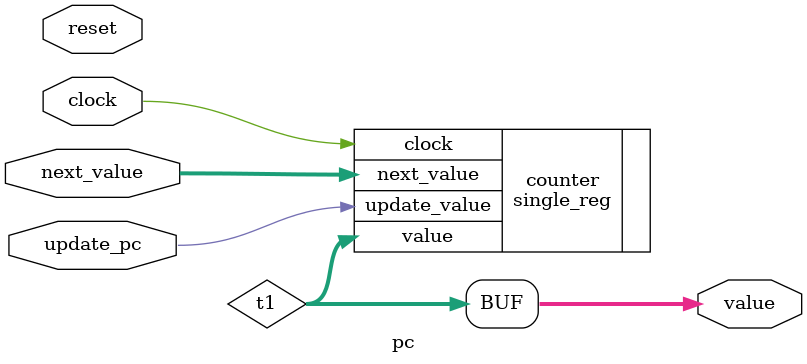
<source format=v>
module pc#(
	parameter width = 32,
	parameter reset_value = 32'h00400000
)(
	input clock, reset,
	input update_pc,
	input [width-1:0] next_value,
	output [width-1:0] value
);

wire [width-1:0] t1;

single_reg#(.width(width)) counter(
	.clock(clock), .update_value(update_pc),
	.next_value(next_value), .value(t1)
);

assign value = t1;

always @ (negedge clock)
	if (reset)
		counter.value <= reset_value;

endmodule

</source>
